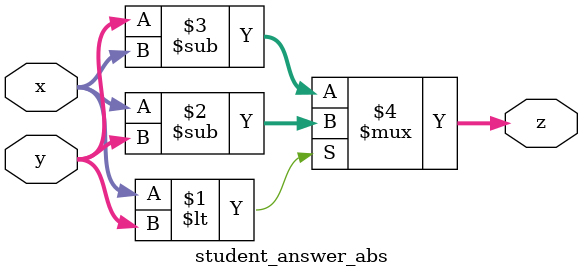
<source format=v>
module student_answer_abs(
    input   [7:0]   x,
    input   [7:0]   y,
    output [7:0]   z
    );

assign  z= (x < y) ? (x - y) : (y - x);

endmodule

</source>
